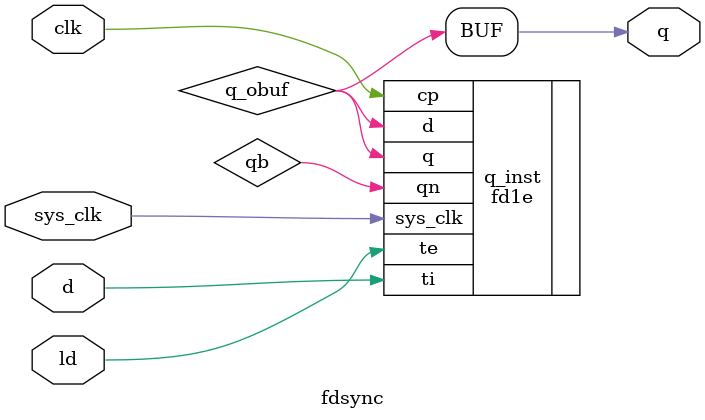
<source format=v>
/* verilator lint_off LITENDIAN */
//`include "defs.v"

module fdsync
(
	output q,
	input d,
	input ld,
	input clk,
	input sys_clk // Generated
);
wire qb;

// Output buffers
wire q_obuf;


// Output buffers
assign q = q_obuf;


// DUPLO.NET (254) - q : fd1e
fd1e q_inst
(
	.q /* OUT */ (q_obuf),
	.qn /* OUT */ (qb),
	.d /* IN */ (q_obuf),
	.cp /* IN */ (clk),
	.ti /* IN */ (d),
	.te /* IN */ (ld),
	.sys_clk(sys_clk) // Generated
);

// DUPLO.NET (255) - dummy : dummy
endmodule
/* verilator lint_on LITENDIAN */

</source>
